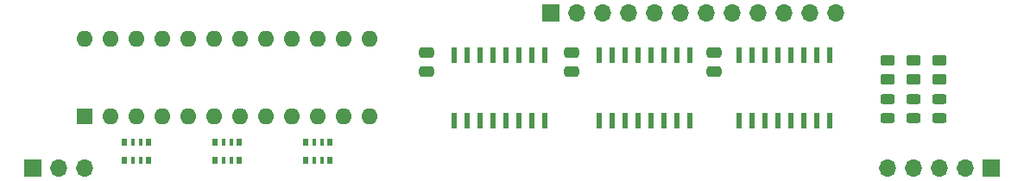
<source format=gbr>
%TF.GenerationSoftware,KiCad,Pcbnew,(6.0.0-0)*%
%TF.CreationDate,2022-07-05T22:02:20-04:00*%
%TF.ProjectId,Comparator,436f6d70-6172-4617-946f-722e6b696361,rev?*%
%TF.SameCoordinates,Original*%
%TF.FileFunction,Soldermask,Top*%
%TF.FilePolarity,Negative*%
%FSLAX46Y46*%
G04 Gerber Fmt 4.6, Leading zero omitted, Abs format (unit mm)*
G04 Created by KiCad (PCBNEW (6.0.0-0)) date 2022-07-05 22:02:20*
%MOMM*%
%LPD*%
G01*
G04 APERTURE LIST*
G04 Aperture macros list*
%AMRoundRect*
0 Rectangle with rounded corners*
0 $1 Rounding radius*
0 $2 $3 $4 $5 $6 $7 $8 $9 X,Y pos of 4 corners*
0 Add a 4 corners polygon primitive as box body*
4,1,4,$2,$3,$4,$5,$6,$7,$8,$9,$2,$3,0*
0 Add four circle primitives for the rounded corners*
1,1,$1+$1,$2,$3*
1,1,$1+$1,$4,$5*
1,1,$1+$1,$6,$7*
1,1,$1+$1,$8,$9*
0 Add four rect primitives between the rounded corners*
20,1,$1+$1,$2,$3,$4,$5,0*
20,1,$1+$1,$4,$5,$6,$7,0*
20,1,$1+$1,$6,$7,$8,$9,0*
20,1,$1+$1,$8,$9,$2,$3,0*%
G04 Aperture macros list end*
%ADD10RoundRect,0.243750X-0.456250X0.243750X-0.456250X-0.243750X0.456250X-0.243750X0.456250X0.243750X0*%
%ADD11RoundRect,0.250000X-0.475000X0.250000X-0.475000X-0.250000X0.475000X-0.250000X0.475000X0.250000X0*%
%ADD12R,0.500000X0.800000*%
%ADD13R,0.400000X0.800000*%
%ADD14RoundRect,0.137500X0.137500X-0.662500X0.137500X0.662500X-0.137500X0.662500X-0.137500X-0.662500X0*%
%ADD15RoundRect,0.250000X0.450000X-0.262500X0.450000X0.262500X-0.450000X0.262500X-0.450000X-0.262500X0*%
%ADD16R,1.600000X1.600000*%
%ADD17O,1.600000X1.600000*%
%ADD18R,1.700000X1.700000*%
%ADD19O,1.700000X1.700000*%
G04 APERTURE END LIST*
D10*
%TO.C,D6*%
X197612000Y-98122500D03*
X197612000Y-99997500D03*
%TD*%
D11*
%TO.C,C11*%
X161544000Y-93538000D03*
X161544000Y-95438000D03*
%TD*%
%TO.C,C12*%
X147320000Y-93538000D03*
X147320000Y-95438000D03*
%TD*%
D12*
%TO.C,RN6*%
X120072000Y-102361021D03*
D13*
X119272000Y-102361021D03*
X118472000Y-102361021D03*
D12*
X117672000Y-102361021D03*
X117672000Y-104161021D03*
D13*
X118472000Y-104161021D03*
X119272000Y-104161021D03*
D12*
X120072000Y-104161021D03*
%TD*%
%TO.C,RN4*%
X137852000Y-102361021D03*
D13*
X137052000Y-102361021D03*
X136252000Y-102361021D03*
D12*
X135452000Y-102361021D03*
X135452000Y-104161021D03*
D13*
X136252000Y-104161021D03*
X137052000Y-104161021D03*
D12*
X137852000Y-104161021D03*
%TD*%
D14*
%TO.C,U4*%
X177927000Y-100278000D03*
X179197000Y-100278000D03*
X180467000Y-100278000D03*
X181737000Y-100278000D03*
X183007000Y-100278000D03*
X184277000Y-100278000D03*
X185547000Y-100278000D03*
X186817000Y-100278000D03*
X186817000Y-93778000D03*
X185547000Y-93778000D03*
X184277000Y-93778000D03*
X183007000Y-93778000D03*
X181737000Y-93778000D03*
X180467000Y-93778000D03*
X179197000Y-93778000D03*
X177927000Y-93778000D03*
%TD*%
D15*
%TO.C,R4*%
X192532000Y-96162500D03*
X192532000Y-94337500D03*
%TD*%
D10*
%TO.C,D5*%
X195072000Y-98122500D03*
X195072000Y-99997500D03*
%TD*%
D15*
%TO.C,R5*%
X195072000Y-96162500D03*
X195072000Y-94337500D03*
%TD*%
%TO.C,R6*%
X197612000Y-96162500D03*
X197612000Y-94337500D03*
%TD*%
D14*
%TO.C,U6*%
X149987000Y-100278000D03*
X151257000Y-100278000D03*
X152527000Y-100278000D03*
X153797000Y-100278000D03*
X155067000Y-100278000D03*
X156337000Y-100278000D03*
X157607000Y-100278000D03*
X158877000Y-100278000D03*
X158877000Y-93778000D03*
X157607000Y-93778000D03*
X156337000Y-93778000D03*
X155067000Y-93778000D03*
X153797000Y-93778000D03*
X152527000Y-93778000D03*
X151257000Y-93778000D03*
X149987000Y-93778000D03*
%TD*%
D10*
%TO.C,D4*%
X192532000Y-98122500D03*
X192532000Y-99997500D03*
%TD*%
D16*
%TO.C,SW2*%
X113787000Y-99822000D03*
D17*
X116327000Y-99822000D03*
X118867000Y-99822000D03*
X121407000Y-99822000D03*
X123947000Y-99822000D03*
X126487000Y-99822000D03*
X129027000Y-99822000D03*
X131567000Y-99822000D03*
X134107000Y-99822000D03*
X136647000Y-99822000D03*
X139187000Y-99822000D03*
X141727000Y-99822000D03*
X141727000Y-92202000D03*
X139187000Y-92202000D03*
X136647000Y-92202000D03*
X134107000Y-92202000D03*
X131567000Y-92202000D03*
X129027000Y-92202000D03*
X126487000Y-92202000D03*
X123947000Y-92202000D03*
X121407000Y-92202000D03*
X118867000Y-92202000D03*
X116327000Y-92202000D03*
X113787000Y-92202000D03*
%TD*%
D12*
%TO.C,RN5*%
X128962000Y-102361021D03*
D13*
X128162000Y-102361021D03*
X127362000Y-102361021D03*
D12*
X126562000Y-102361021D03*
X126562000Y-104161021D03*
D13*
X127362000Y-104161021D03*
X128162000Y-104161021D03*
D12*
X128962000Y-104161021D03*
%TD*%
D14*
%TO.C,U5*%
X164211000Y-100278000D03*
X165481000Y-100278000D03*
X166751000Y-100278000D03*
X168021000Y-100278000D03*
X169291000Y-100278000D03*
X170561000Y-100278000D03*
X171831000Y-100278000D03*
X173101000Y-100278000D03*
X173101000Y-93778000D03*
X171831000Y-93778000D03*
X170561000Y-93778000D03*
X169291000Y-93778000D03*
X168021000Y-93778000D03*
X166751000Y-93778000D03*
X165481000Y-93778000D03*
X164211000Y-93778000D03*
%TD*%
D11*
%TO.C,C13*%
X175514000Y-93538000D03*
X175514000Y-95438000D03*
%TD*%
D18*
%TO.C,J8*%
X202697000Y-104902000D03*
D19*
X200157000Y-104902000D03*
X197617000Y-104902000D03*
X195077000Y-104902000D03*
X192537000Y-104902000D03*
%TD*%
D18*
%TO.C,J29*%
X108712000Y-104902000D03*
D19*
X111252000Y-104902000D03*
X113792000Y-104902000D03*
%TD*%
D18*
%TO.C,J7*%
X159497000Y-89662000D03*
D19*
X162037000Y-89662000D03*
X164577000Y-89662000D03*
X167117000Y-89662000D03*
X169657000Y-89662000D03*
X172197000Y-89662000D03*
X174737000Y-89662000D03*
X177277000Y-89662000D03*
X179817000Y-89662000D03*
X182357000Y-89662000D03*
X184897000Y-89662000D03*
X187437000Y-89662000D03*
%TD*%
M02*

</source>
